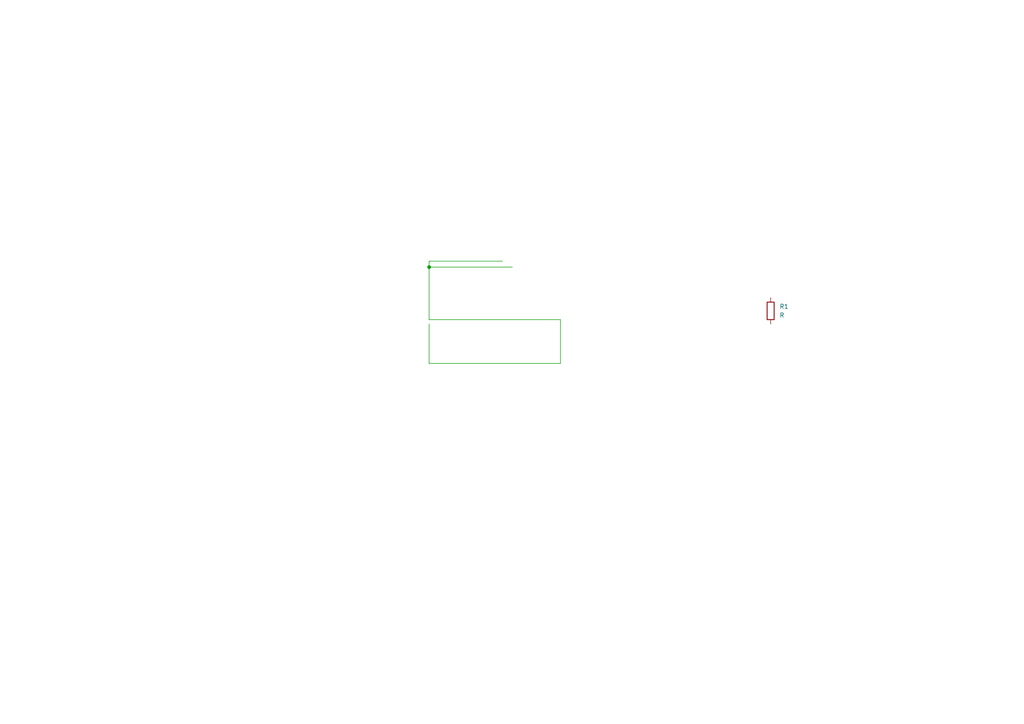
<source format=kicad_sch>
(kicad_sch (version 20231120) (generator "eeschema") (generator_version "8.0")
  (paper "A4")
  (lib_symbols
    (symbol "Device:R" (pin_numbers hide) (pin_names (offset 0))
      (property "Reference" "R" (at 2.032 0 90))
      (property "Value" "R" (at 0 0 90))
      (symbol "R_0_1"
        (rectangle (start -1.016 -2.54) (end 1.016 2.54) (stroke (width 0.254)))
      )
      (symbol "R_1_1"
        (pin passive line (at 0 3.81 270) (length 1.27) (name "~") (number "1"))
        (pin passive line (at 0 -3.81 90) (length 1.27) (name "~") (number "2"))
      )
    )
  )
  (junction (at 124.46 77.47))
  (wire (pts (xy 162.56 105.41) (xy 162.56 92.71)))
  (wire (pts (xy 124.46 93.98) (xy 124.46 105.41)))
  (wire (pts (xy 124.46 77.47) (xy 148.59 77.47)))
  (wire (pts (xy 124.46 105.41) (xy 162.56 105.41)))
  (wire (pts (xy 162.56 92.71) (xy 124.46 92.71)))
  (wire (pts (xy 124.46 75.7443) (xy 145.7364 75.7443)))
  (wire (pts (xy 124.46 77.47) (xy 124.46 92.71)))
  (wire (pts (xy 124.46 75.7443) (xy 124.46 77.47)))
  (symbol (lib_id "Device:R") (at 223.52 90.17 0) (unit 1)
    (property "Reference" "R1" (at 226.06 88.8999 0) (effects (justify left)))
    (property "Value" "R" (at 226.06 91.4399 0) (effects (justify left)))
    (property "Description" "Resistor" (effects (hide yes)))
  )
)
</source>
